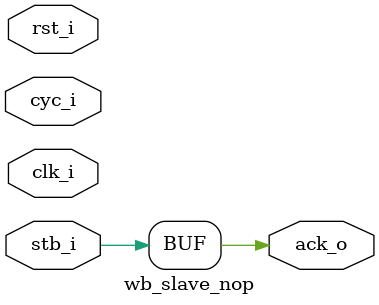
<source format=sv>
/*
 *
 * General description:
 *
 *      A NOP device, which does nothing, and only responds with an ACK as soon
 *      as possible
 *
 * Wishbone specification used: B4 (https://cdn.opencores.org/downloads/wbspec_b4.pdf)
 *
 * Copyright (c) Szymon Urbaś <szymon.urbas@aol.com> All rights reserved.
 *
 * Redistribution and use in source and binary forms, with or without
 * modification, are permitted provided that the following conditions are met:
 *
 *     1. Redistributions of source code must retain the above copyright
 *        notice, this list of conditions and the following disclaimer.
 *     2. Redistributions in binary form must reproduce the above copyright
 *        notice, this list of conditions and the following disclaimer in the
 *        documentation and/or other materials provided with the distribution.
 *     3. Neither the name of the copyright holder nor the names of its
 *        contributors may be used to endorse or promote products derived from
 *        this software without specific prior written permission.
 *
 * THIS SOFTWARE IS PROVIDED BY THE COPYRIGHT HOLDERS AND CONTRIBUTORS "AS IS"
 * AND ANY EXPRESS OR IMPLIED WARRANTIES, INCLUDING, BUT NOT LIMITED TO, THE
 * IMPLIED WARRANTIES OF MERCHANTABILITY AND FITNESS FOR A PARTICULAR PURPOSE
 * ARE DISCLAIMED. IN NO EVENT SHALL THE COPYRIGHT HOLDER OR CONTRIBUTORS BE
 * LIABLE FOR ANY DIRECT, INDIRECT, INCIDENTAL, SPECIAL, EXEMPLARY, OR
 * CONSEQUENTIAL DAMAGES (INCLUDING, BUT NOT LIMITED TO, PROCUREMENT OF
 * SUBSTITUTE GOODS OR SERVICES; LOSS OF USE, DATA, OR PROFITS; OR BUSINESS
 * INTERRUPTION) HOWEVER CAUSED AND ON ANY THEORY OF LIABILITY, WHETHER IN
 * CONTRACT, STRICT LIABILITY, OR TORT (INCLUDING NEGLIGENCE OR OTHERWISE)
 * ARISING IN ANY WAY OUT OF THE USE OF THIS SOFTWARE, EVEN IF ADVISED OF THE
 * POSSIBILITY OF SUCH DAMAGE.
 *
 */

`default_nettype none

module wb_slave_nop (
    input wire rst_i,
    input wire clk_i,
    input wire stb_i,
    output wire ack_o,
    input wire cyc_i
);

    // I believe it doesn't get any simpler than this
    assign ack_o = stb_i;

endmodule


</source>
